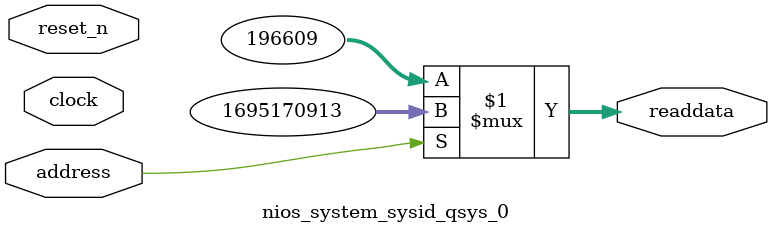
<source format=v>



// synthesis translate_off
`timescale 1ns / 1ps
// synthesis translate_on

// turn off superfluous verilog processor warnings 
// altera message_level Level1 
// altera message_off 10034 10035 10036 10037 10230 10240 10030 

module nios_system_sysid_qsys_0 (
               // inputs:
                address,
                clock,
                reset_n,

               // outputs:
                readdata
             )
;

  output  [ 31: 0] readdata;
  input            address;
  input            clock;
  input            reset_n;

  wire    [ 31: 0] readdata;
  //control_slave, which is an e_avalon_slave
  assign readdata = address ? 1695170913 : 196609;

endmodule



</source>
